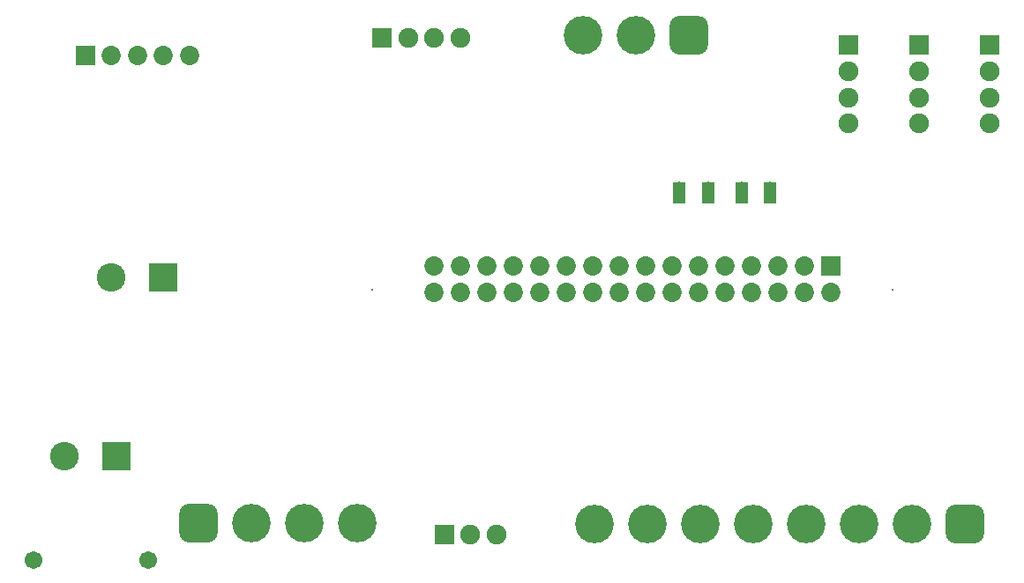
<source format=gts>
G04*
G04 #@! TF.GenerationSoftware,Altium Limited,Altium Designer,20.0.12 (288)*
G04*
G04 Layer_Color=8388736*
%FSLAX44Y44*%
%MOMM*%
G71*
G01*
G75*
%ADD14R,1.2500X2.0000*%
%ADD15O,0.7032X0.6032*%
%ADD16C,1.9032*%
%ADD17R,1.8532X1.8532*%
%ADD18C,3.7032*%
G04:AMPARAMS|DCode=19|XSize=3.7032mm|YSize=3.7032mm|CornerRadius=0.9766mm|HoleSize=0mm|Usage=FLASHONLY|Rotation=0.000|XOffset=0mm|YOffset=0mm|HoleType=Round|Shape=RoundedRectangle|*
%AMROUNDEDRECTD19*
21,1,3.7032,1.7500,0,0,0.0*
21,1,1.7500,3.7032,0,0,0.0*
1,1,1.9532,0.8750,-0.8750*
1,1,1.9532,-0.8750,-0.8750*
1,1,1.9532,-0.8750,0.8750*
1,1,1.9532,0.8750,0.8750*
%
%ADD19ROUNDEDRECTD19*%
%ADD20R,1.8532X1.8532*%
%ADD21C,1.8532*%
%ADD22C,0.2032*%
%ADD23R,2.7532X2.7532*%
%ADD24C,2.7532*%
%ADD25C,1.7112*%
D14*
X695000Y383500D02*
D03*
X755000D02*
D03*
X722500Y383500D02*
D03*
X782500Y383500D02*
D03*
D15*
X695000Y390500D02*
D03*
Y377500D02*
D03*
X755000Y390500D02*
D03*
Y377500D02*
D03*
X722500Y390500D02*
D03*
Y377500D02*
D03*
X782500Y390500D02*
D03*
Y377500D02*
D03*
D16*
X993000Y450000D02*
D03*
Y475000D02*
D03*
Y500000D02*
D03*
X925000Y450000D02*
D03*
Y475000D02*
D03*
Y500000D02*
D03*
X857500Y450000D02*
D03*
Y475000D02*
D03*
Y500000D02*
D03*
X519500Y54500D02*
D03*
X494500D02*
D03*
X485000Y532500D02*
D03*
X460000D02*
D03*
X435000D02*
D03*
D17*
X993000Y525000D02*
D03*
X925000D02*
D03*
X857500D02*
D03*
D18*
X284250Y65500D02*
D03*
X335050D02*
D03*
X385850D02*
D03*
X715100Y65000D02*
D03*
X765900D02*
D03*
X664300D02*
D03*
X613500D02*
D03*
X918300D02*
D03*
X867500D02*
D03*
X816700D02*
D03*
X602972Y534587D02*
D03*
X653772D02*
D03*
D19*
X233450Y65500D02*
D03*
X969100Y65000D02*
D03*
X704572Y534587D02*
D03*
D20*
X125000Y515000D02*
D03*
X469500Y54500D02*
D03*
X410000Y532500D02*
D03*
X840500Y312700D02*
D03*
D21*
X150000Y515000D02*
D03*
X175000D02*
D03*
X200000D02*
D03*
X225000D02*
D03*
X815100Y312700D02*
D03*
X764300D02*
D03*
X713500D02*
D03*
X662700D02*
D03*
X611900D02*
D03*
X561100D02*
D03*
X510300D02*
D03*
X459500D02*
D03*
X815100Y287300D02*
D03*
X764300D02*
D03*
X713500D02*
D03*
X662700D02*
D03*
X611900D02*
D03*
X561100D02*
D03*
X510300D02*
D03*
X459500D02*
D03*
X840500D02*
D03*
X789700Y312700D02*
D03*
Y287300D02*
D03*
X738900Y312700D02*
D03*
Y287300D02*
D03*
X688100Y312700D02*
D03*
Y287300D02*
D03*
X637300Y312700D02*
D03*
Y287300D02*
D03*
X586500Y312700D02*
D03*
Y287300D02*
D03*
X535700Y312700D02*
D03*
Y287300D02*
D03*
X484900Y312700D02*
D03*
Y287300D02*
D03*
D22*
X400000Y290300D02*
D03*
X900000D02*
D03*
D23*
X155000Y130000D02*
D03*
X200000Y302000D02*
D03*
D24*
X105000Y130000D02*
D03*
X150000Y302000D02*
D03*
D25*
X75000Y30000D02*
D03*
X185000D02*
D03*
M02*

</source>
